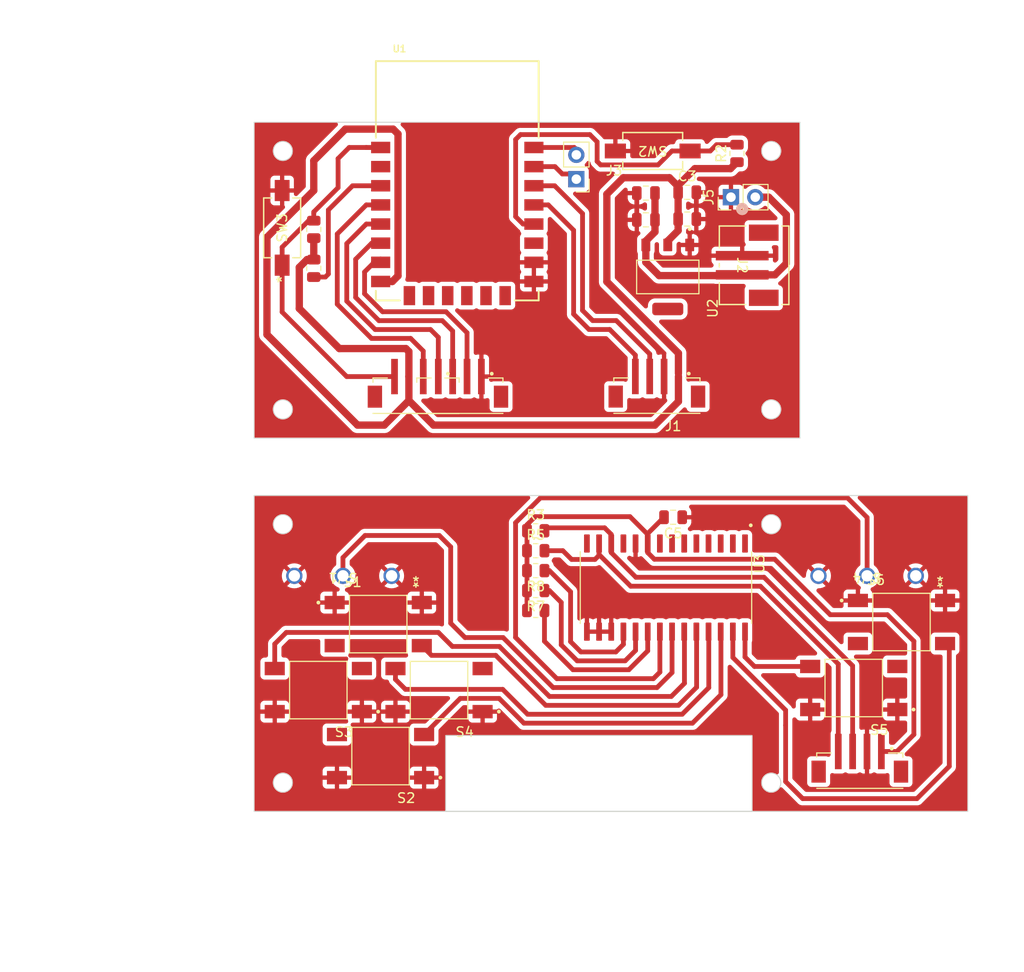
<source format=kicad_pcb>
(kicad_pcb (version 20221018) (generator pcbnew)
  (layers (0 "F.Cu" signal) (31 "B.Cu" signal) (44 "Edge.Cuts" user))
  (net 0 "")
  (net 1 "GND")
  (net 2 "VCC")
  (net 3 "/SCK_mcp")
  (net 4 "/SDA_mcp")
  (net 5 "Net-(J1-SHIELD-PadS1)")
  (net 6 "Net-(J3-Pin_1)")
  (net 7 "Net-(J3-Pin_2)")
  (net 8 "/boot")
  (net 9 "Net-(U1-EN)")
  (net 17 "/VIN")
  (net 18 "Net-(J4-SHIELD-PadS1)")
  (net 19 "/RST")
  (net 20 "/CS")
  (net 21 "/SCK_screen")
  (net 22 "/SDA_screen")
  (net 25 "/up")
  (net 26 "/down")
  (net 29 "/left")
  (net 30 "/right")
  (net 31 "/A")
  (net 32 "/B")
  (net 33 "/RL")
  (net 34 "/RR")
  (net 35 "/AO")
  (net 45 "Net-(U3-INTA)")
  (net 46 "Net-(U3-INTB)")
  (net 47 "Net-(U3-~{RESET})")
  (footprint "Capacitor_SMD:C_0805_2012Metric" (layer "F.Cu") (at 80.9098 32.4015)
    (fp_text reference "C2" hide)
    (fp_text value "C")
    (pad "1" smd roundrect (at -0.95 0) (size 1 1.45) (layers "F.Cu" "F.Paste" "F.Mask") (net 1 "GND"))
    (pad "2" smd roundrect (at 0.95 0) (size 1 1.45) (layers "F.Cu" "F.Paste" "F.Mask") (net 17 "/VIN"))
  )
  (footprint "esp_lib:JST_B4B-ZR-SM4-TFT_LF__SN_" (layer "F.Cu") (at 82.06 53.562 180)
    (fp_text reference "J1" (at -1.706 -3.2) (layer "F.SilkS"))
    (fp_text value "B4B-ZR-SM4-TFT_LF__SN_" hide)
    (pad "1" smd rect (at -2.25 2) (size 0.7 3.7) (layers "F.Cu" "F.Paste" "F.Mask") (net 2 "VCC"))
    (pad "2" smd rect (at -0.75 2) (size 0.7 3.7) (layers "F.Cu" "F.Paste" "F.Mask") (net 1 "GND"))
    (pad "3" smd rect (at 0.75 2) (size 0.7 3.7) (layers "F.Cu" "F.Paste" "F.Mask") (net 3 "/SCK_mcp"))
    (pad "4" smd rect (at 2.25 2) (size 0.7 3.7) (layers "F.Cu" "F.Paste" "F.Mask") (net 4 "/SDA_mcp"))
    (pad "S1" smd rect (at 4.3 -0.1) (size 1.5 2.3) (layers "F.Cu" "F.Paste" "F.Mask") (net 5 "Net-(J1-SHIELD-PadS1)"))
    (pad "S2" smd rect (at -4.3 -0.1) (size 1.5 2.3) (layers "F.Cu" "F.Paste" "F.Mask") (net 5 "Net-(J1-SHIELD-PadS1)"))
  )
  (footprint "esp_lib:switch_6" (layer "F.Cu") (at 46.7025 84.328 180)
    (fp_text reference "S3" (at -2.675 -4.385) (layer "F.SilkS"))
    (fp_text value "left")
    (pad "1" smd rect (at -4.55 -2.25 180) (size 2.1 1.4) (layers "F.Cu" "F.Paste" "F.Mask") (net 1 "GND"))
    (pad "2" smd rect (at -4.55 2.25 180) (size 2.1 1.4) (layers "F.Cu" "F.Paste" "F.Mask"))
    (pad "3" smd rect (at 4.55 -2.25 180) (size 2.1 1.4) (layers "F.Cu" "F.Paste" "F.Mask") (net 1 "GND"))
    (pad "4" smd rect (at 4.55 2.25 180) (size 2.1 1.4) (layers "F.Cu" "F.Paste" "F.Mask") (net 29 "/left"))
  )
  (footprint "esp_lib:B7B-ZR-SM4-TBLFSN_JST" (layer "F.Cu") (at 59.2332 51.8242 180)
    (fp_text reference "J6" hide)
    (fp_text value "B7B-ZR-SM4-TFT_LF__SN_")
    (pad "1" smd rect (at -4.5 0.254) (size 0.7 3.7) (layers "F.Cu" "F.Paste" "F.Mask") (net 1 "GND"))
    (pad "2" smd rect (at -3 0.254) (size 0.7 3.7) (layers "F.Cu" "F.Paste" "F.Mask") (net 21 "/SCK_screen"))
    (pad "3" smd rect (at -1.5 0.254) (size 0.7 3.7) (layers "F.Cu" "F.Paste" "F.Mask") (net 20 "/CS"))
    (pad "4" smd rect (at 0 0.254) (size 0.7 3.7) (layers "F.Cu" "F.Paste" "F.Mask") (net 22 "/SDA_screen"))
    (pad "5" smd rect (at 1.572 0.254) (size 0.7 3.7) (layers "F.Cu" "F.Paste" "F.Mask") (net 35 "/AO"))
    (pad "6" smd rect (at 3.072 0.254) (size 0.7 3.7) (layers "F.Cu" "F.Paste" "F.Mask") (net 2 "VCC"))
    (pad "7" smd rect (at 4.572 0.254) (size 0.7 3.7) (layers "F.Cu" "F.Paste" "F.Mask") (net 19 "/RST"))
    (pad "S1" smd rect (at 6.622 -1.846) (size 1.5 2.3) (layers "F.Cu" "F.Paste" "F.Mask"))
    (pad "S2" smd rect (at -6.55 -1.846) (size 1.5 2.3) (layers "F.Cu" "F.Paste" "F.Mask"))
  )
  (footprint "Capacitor_SMD:C_0805_2012Metric" (layer "F.Cu") (at 83.754 66.2686 180)
    (fp_text reference "C5" (at 0 -1.68) (layer "F.SilkS"))
    (fp_text value "C")
    (pad "1" smd roundrect (at -0.95 0 180) (size 1 1.45) (layers "F.Cu" "F.Paste" "F.Mask") (net 1 "GND"))
    (pad "2" smd roundrect (at 0.95 0 180) (size 1 1.45) (layers "F.Cu" "F.Paste" "F.Mask") (net 2 "VCC"))
  )
  (footprint "Resistor_SMD:R_0805_2012Metric" (layer "F.Cu") (at 69.4074 69.7636)
    (fp_text reference "R5" (at 0 -1.65) (layer "F.SilkS"))
    (fp_text value "R")
    (pad "1" smd roundrect (at -0.9125 0) (size 1.025 1.4) (layers "F.Cu" "F.Paste" "F.Mask") (roundrect_rratio 0.243902) (net 2 "VCC"))
    (pad "2" smd roundrect (at 0.9125 0) (size 1.025 1.4) (layers "F.Cu" "F.Paste" "F.Mask") (roundrect_rratio 0.243902) (net 4 "/SDA_mcp"))
  )
  (footprint "esp_lib:ESP-12F" (layer "F.Cu") (at 61.214 31.115)
    (fp_text reference "U1" (at -6.03654 -13.788698) (layer "F.SilkS") (effects (font (size 0.700469 0.700469))))
    (fp_text value "ESP-12F")
    (pad "1" smd rect (at -8 -3.48) (size 2 1.2) (layers "F.Cu" "F.Paste" "F.Mask") (net 19 "/RST"))
    (pad "2" smd rect (at -8 -1.48) (size 2 1.2) (layers "F.Cu" "F.Paste" "F.Mask"))
    (pad "3" smd rect (at -8 0.52) (size 2 1.2) (layers "F.Cu" "F.Paste" "F.Mask") (net 9 "Net-(U1-EN)"))
    (pad "4" smd rect (at -8 2.52) (size 2 1.2) (layers "F.Cu" "F.Paste" "F.Mask") (net 35 "/AO"))
    (pad "5" smd rect (at -8 4.52) (size 2 1.2) (layers "F.Cu" "F.Paste" "F.Mask") (net 22 "/SDA_screen"))
    (pad "6" smd rect (at -8 6.52) (size 2 1.2) (layers "F.Cu" "F.Paste" "F.Mask") (net 20 "/CS"))
    (pad "7" smd rect (at -8 8.52) (size 2 1.2) (layers "F.Cu" "F.Paste" "F.Mask") (net 21 "/SCK_screen"))
    (pad "8" smd rect (at -8 10.52) (size 2 1.2) (layers "F.Cu" "F.Paste" "F.Mask") (net 2 "VCC"))
    (pad "9" smd rect (at -5 12 90) (size 2 1.2) (layers "F.Cu" "F.Paste" "F.Mask"))
    (pad "10" smd rect (at -3 12 90) (size 2 1.2) (layers "F.Cu" "F.Paste" "F.Mask"))
    (pad "11" smd rect (at -1 12 90) (size 2 1.2) (layers "F.Cu" "F.Paste" "F.Mask"))
    (pad "12" smd rect (at 1 12 90) (size 2 1.2) (layers "F.Cu" "F.Paste" "F.Mask"))
    (pad "13" smd rect (at 3 12 90) (size 2 1.2) (layers "F.Cu" "F.Paste" "F.Mask"))
    (pad "14" smd rect (at 5 12 90) (size 2 1.2) (layers "F.Cu" "F.Paste" "F.Mask"))
    (pad "15" smd rect (at 8 10.52) (size 2 1.2) (layers "F.Cu" "F.Paste" "F.Mask") (net 1 "GND"))
    (pad "16" smd rect (at 8 8.52) (size 2 1.2) (layers "F.Cu" "F.Paste" "F.Mask") (net 1 "GND"))
    (pad "17" smd rect (at 8 6.52) (size 2 1.2) (layers "F.Cu" "F.Paste" "F.Mask"))
    (pad "18" smd rect (at 8 4.52) (size 2 1.2) (layers "F.Cu" "F.Paste" "F.Mask") (net 8 "/boot"))
    (pad "19" smd rect (at 8 2.52) (size 2 1.2) (layers "F.Cu" "F.Paste" "F.Mask") (net 4 "/SDA_mcp"))
    (pad "20" smd rect (at 8 0.52) (size 2 1.2) (layers "F.Cu" "F.Paste" "F.Mask") (net 3 "/SCK_mcp"))
    (pad "21" smd rect (at 8 -1.48) (size 2 1.2) (layers "F.Cu" "F.Paste" "F.Mask") (net 6 "Net-(J3-Pin_1)"))
    (pad "22" smd rect (at 8 -3.48) (size 2 1.2) (layers "F.Cu" "F.Paste" "F.Mask") (net 7 "Net-(J3-Pin_2)"))
  )
  (footprint "esp_lib:RS-282G05A3-SM RT_CNK" (layer "F.Cu") (at 42.926 36.031698 90)
    (fp_text reference "SW3" (at 0 0 90 unlocked) (layer "F.SilkS"))
    (fp_text value "RS-282G05A3-SM RT")
    (fp_text user "*" (at -5.3866 0 90 unlocked) (layer "F.SilkS"))
    (fp_text user "*" (at -5.3866 0 90) (layer "F.SilkS"))
    (pad "1" smd rect (at -3.900698 0 90) (size 2.2098 1.5494) (layers "F.Cu" "F.Paste" "F.Mask") (net 19 "/RST"))
    (pad "2" smd rect (at 3.900698 0 90) (size 2.2098 1.5494) (layers "F.Cu" "F.Paste" "F.Mask") (net 1 "GND"))
  )
  (footprint "esp_lib:D2FS-FL-N-A_OMR" (layer "F.Cu") (at 54.356 72.39 180)
    (fp_text reference "SW1" (at 5.08 -0.199898 180 unlocked) (layer "F.SilkS"))
    (fp_text value "D2FS-FL-N-A")
    (fp_text user "*" (at -2.54 -0.635 180) (layer "F.SilkS"))
    (fp_text user "*" (at -2.54 -0.635 180 unlocked) (layer "F.SilkS"))
    (pad "1" thru_hole circle (at 0 0 180) (size 1.7018 1.7018) (drill 1.1938) (layers "*.Cu" "*.Mask") (net 1 "GND"))
    (pad "2" thru_hole circle (at 5.08 0 180) (size 1.7018 1.7018) (drill 1.1938) (layers "*.Cu" "*.Mask") (net 33 "/RL"))
    (pad "3" thru_hole circle (at 10.16 0 180) (size 1.7018 1.7018) (drill 1.1938) (layers "*.Cu" "*.Mask") (net 1 "GND"))
  )
  (footprint "esp_lib:switch_6" (layer "F.Cu") (at 53.2015 91.222 180)
    (fp_text reference "S2" (at -2.675 -4.385) (layer "F.SilkS"))
    (fp_text value "down")
    (pad "1" smd rect (at -4.55 -2.25 180) (size 2.1 1.4) (layers "F.Cu" "F.Paste" "F.Mask") (net 1 "GND"))
    (pad "2" smd rect (at -4.55 2.25 180) (size 2.1 1.4) (layers "F.Cu" "F.Paste" "F.Mask") (net 26 "/down"))
    (pad "3" smd rect (at 4.55 -2.25 180) (size 2.1 1.4) (layers "F.Cu" "F.Paste" "F.Mask") (net 1 "GND"))
    (pad "4" smd rect (at 4.55 2.25 180) (size 2.1 1.4) (layers "F.Cu" "F.Paste" "F.Mask"))
  )
  (footprint "Resistor_SMD:R_0805_2012Metric" (layer "F.Cu") (at 90.424 28.256 90)
    (fp_text reference "R2" (at 0 -1.65 90) (layer "F.SilkS"))
    (fp_text value "R")
    (pad "1" smd roundrect (at -0.9125 0 90) (size 1.025 1.4) (layers "F.Cu" "F.Paste" "F.Mask") (roundrect_rratio 0.243902439) (net 2 "VCC"))
    (pad "2" smd roundrect (at 0.9125 0 90) (size 1.025 1.4) (layers "F.Cu" "F.Paste" "F.Mask") (roundrect_rratio 0.243902439) (net 8 "/boot"))
  )
  (footprint "Connector_PinHeader_2.54mm:PinHeader_1x02_P2.54mm_Vertical" (layer "F.Cu") (at 89.7948 32.828 90)
    (fp_text reference "J5" (at 0 -2.33 90) (layer "F.SilkS"))
    (fp_text value "Conn_01x02_Pin")
    (pad "1" thru_hole rect (at 0 0 90) (size 1.7 1.7) (drill 1) (layers "*.Cu" "*.Mask") (net 1 "GND"))
    (pad "2" thru_hole oval (at 0 2.54 90) (size 1.7 1.7) (drill 1) (layers "*.Cu" "*.Mask") (net 17 "/VIN"))
  )
  (footprint "Resistor_SMD:R_0805_2012Metric" (layer "F.Cu") (at 46.228 36.195 -90)
    (fp_text reference "R1" hide)
    (fp_text value "R" hide)
    (pad "1" smd roundrect (at -0.9125 0 270) (size 1.025 1.4) (layers "F.Cu" "F.Paste" "F.Mask") (roundrect_rratio 0.243902439) (net 19 "/RST"))
    (pad "2" smd roundrect (at 0.9125 0 270) (size 1.025 1.4) (layers "F.Cu" "F.Paste" "F.Mask") (roundrect_rratio 0.243902439) (net 2 "VCC"))
  )
  (footprint "Resistor_SMD:R_0805_2012Metric" (layer "F.Cu") (at 69.4074 73.9292 180)
    (fp_text reference "R7" (at 0 -1.65) (layer "F.SilkS"))
    (fp_text value "R")
    (pad "1" smd roundrect (at -0.9125 0 180) (size 1.025 1.4) (layers "F.Cu" "F.Paste" "F.Mask") (roundrect_rratio 0.243902) (net 46 "Net-(U3-INTB)"))
    (pad "2" smd roundrect (at 0.9125 0 180) (size 1.025 1.4) (layers "F.Cu" "F.Paste" "F.Mask") (roundrect_rratio 0.243902) (net 2 "VCC"))
  )
  (footprint "Capacitor_SMD:C_0805_2012Metric" (layer "F.Cu") (at 85.2278 32.32)
    (fp_text reference "C3" (at 0 -1.68) (layer "F.SilkS"))
    (fp_text value "C")
    (pad "1" smd roundrect (at -0.95 0) (size 1 1.45) (layers "F.Cu" "F.Paste" "F.Mask") (net 2 "VCC"))
    (pad "2" smd roundrect (at 0.95 0) (size 1 1.45) (layers "F.Cu" "F.Paste" "F.Mask") (net 1 "GND"))
  )
  (footprint "esp_lib:switch_6" (layer "F.Cu") (at 59.309 84.328 180)
    (fp_text reference "S4" (at -2.675 -4.385) (layer "F.SilkS"))
    (fp_text value "right" hide)
    (pad "1" smd rect (at -4.55 -2.25 180) (size 2.1 1.4) (layers "F.Cu" "F.Paste" "F.Mask") (net 1 "GND"))
    (pad "2" smd rect (at -4.55 2.25 180) (size 2.1 1.4) (layers "F.Cu" "F.Paste" "F.Mask"))
    (pad "3" smd rect (at 4.55 -2.25 180) (size 2.1 1.4) (layers "F.Cu" "F.Paste" "F.Mask") (net 1 "GND"))
    (pad "4" smd rect (at 4.55 2.25 180) (size 2.1 1.4) (layers "F.Cu" "F.Paste" "F.Mask") (net 30 "/right"))
  )
  (footprint "esp_lib:SOT229P700X180-4N" (layer "F.Cu") (at 83.1958 41.1645 -90)
    (fp_text reference "U2" (at 3.2755 -4.695 90) (layer "F.SilkS"))
    (fp_text value "AMS1117-3.3" hide)
    (pad "1" smd roundrect (at -3.345 -2.29 270) (size 1.31 0.93) (layers "F.Cu" "F.Paste" "F.Mask") (roundrect_rratio 0.07) (net 1 "GND"))
    (pad "2" smd roundrect (at -3.345 0 270) (size 1.31 0.93) (layers "F.Cu" "F.Paste" "F.Mask") (roundrect_rratio 0.07) (net 2 "VCC"))
    (pad "3" smd roundrect (at -3.345 2.29 270) (size 1.31 0.93) (layers "F.Cu" "F.Paste" "F.Mask") (roundrect_rratio 0.07) (net 17 "/VIN"))
    (pad "4" smd roundrect (at 3.345 0 270) (size 1.31 3.24) (layers "F.Cu" "F.Paste" "F.Mask") (roundrect_rratio 0.24))
  )
  (footprint "esp_lib:switch_6" (layer "F.Cu") (at 102.616 84.11 180)
    (fp_text reference "S5" (at -2.675 -4.385) (layer "F.SilkS"))
    (fp_text value "A" hide)
    (pad "1" smd rect (at -4.55 -2.25 180) (size 2.1 1.4) (layers "F.Cu" "F.Paste" "F.Mask") (net 1 "GND"))
    (pad "2" smd rect (at -4.55 2.25 180) (size 2.1 1.4) (layers "F.Cu" "F.Paste" "F.Mask"))
    (pad "3" smd rect (at 4.55 -2.25 180) (size 2.1 1.4) (layers "F.Cu" "F.Paste" "F.Mask") (net 1 "GND"))
    (pad "4" smd rect (at 4.55 2.25 180) (size 2.1 1.4) (layers "F.Cu" "F.Paste" "F.Mask") (net 31 "/A"))
  )
  (footprint "esp_lib:switch_6" (layer "F.Cu") (at 107.6025 77.216)
    (fp_text reference "S6" (at -2.675 -4.385) (layer "F.SilkS"))
    (fp_text value "B")
    (pad "1" smd rect (at -4.55 -2.25) (size 2.1 1.4) (layers "F.Cu" "F.Paste" "F.Mask") (net 1 "GND"))
    (pad "2" smd rect (at -4.55 2.25) (size 2.1 1.4) (layers "F.Cu" "F.Paste" "F.Mask"))
    (pad "3" smd rect (at 4.55 -2.25) (size 2.1 1.4) (layers "F.Cu" "F.Paste" "F.Mask") (net 1 "GND"))
    (pad "4" smd rect (at 4.55 2.25) (size 2.1 1.4) (layers "F.Cu" "F.Paste" "F.Mask") (net 32 "/B"))
  )
  (footprint "esp_lib:D2FS-FL-N-A_OMR" (layer "F.Cu") (at 109.093 72.39 180)
    (fp_text reference "SW4" (at 5.08 -0.199898 180 unlocked) (layer "F.SilkS"))
    (fp_text value "D2FS-FL-N-A")
    (fp_text user "*" (at -2.54 -0.635 180 unlocked) (layer "F.SilkS"))
    (fp_text user "*" (at -2.54 -0.635 180) (layer "F.SilkS"))
    (pad "1" thru_hole circle (at 0 0 180) (size 1.7018 1.7018) (drill 1.1938) (layers "*.Cu" "*.Mask") (net 1 "GND"))
    (pad "2" thru_hole circle (at 5.08 0 180) (size 1.7018 1.7018) (drill 1.1938) (layers "*.Cu" "*.Mask") (net 34 "/RR"))
    (pad "3" thru_hole circle (at 10.16 0 180) (size 1.7018 1.7018) (drill 1.1938) (layers "*.Cu" "*.Mask") (net 1 "GND"))
  )
  (footprint "Resistor_SMD:R_0805_2012Metric" (layer "F.Cu") (at 69.4074 67.6808)
    (fp_text reference "R3" (at 0 -1.65) (layer "F.SilkS"))
    (fp_text value "R")
    (pad "1" smd roundrect (at -0.9125 0) (size 1.025 1.4) (layers "F.Cu" "F.Paste" "F.Mask") (roundrect_rratio 0.243902) (net 2 "VCC"))
    (pad "2" smd roundrect (at 0.9125 0) (size 1.025 1.4) (layers "F.Cu" "F.Paste" "F.Mask") (roundrect_rratio 0.243902) (net 3 "/SCK_mcp"))
  )
  (footprint "Capacitor_SMD:C_0805_2012Metric" (layer "F.Cu") (at 85.2278 35.114)
    (fp_text reference "C4" hide)
    (fp_text value "C")
    (pad "1" smd roundrect (at -0.95 0) (size 1 1.45) (layers "F.Cu" "F.Paste" "F.Mask") (net 2 "VCC"))
    (pad "2" smd roundrect (at 0.95 0) (size 1 1.45) (layers "F.Cu" "F.Paste" "F.Mask") (net 1 "GND"))
  )
  (footprint "Resistor_SMD:R_0805_2012Metric" (layer "F.Cu") (at 69.4074 71.8464 180)
    (fp_text reference "R8" (at 0 -1.65) (layer "F.SilkS"))
    (fp_text value "R")
    (pad "1" smd roundrect (at -0.9125 0 180) (size 1.025 1.4) (layers "F.Cu" "F.Paste" "F.Mask") (roundrect_rratio 0.243902) (net 47 "Net-(U3-~{RESET})"))
    (pad "2" smd roundrect (at 0.9125 0 180) (size 1.025 1.4) (layers "F.Cu" "F.Paste" "F.Mask") (roundrect_rratio 0.243902) (net 2 "VCC"))
  )
  (footprint "esp_lib:B2B-PH-SM4-TBLFSN_JST" (layer "F.Cu") (at 92.2128 39.94 -90)
    (fp_text reference "J2" (at 0 1.244801 -90 unlocked) (layer "F.SilkS"))
    (fp_text value "B2B-PH-SM4-TBLFSN")
    (pad "1" smd rect (at -1.000001 1.244801 270) (size 0.9906 5.5118) (layers "F.Cu" "F.Paste" "F.Mask") (net 1 "GND"))
    (pad "2" smd rect (at 1.000001 1.244801 270) (size 0.9906 5.5118) (layers "F.Cu" "F.Paste" "F.Mask") (net 17 "/VIN"))
    (pad "3" smd rect (at -3.399998 -1.0052) (size 3.0988 1.7018) (layers "F.Cu" "F.Paste" "F.Mask"))
    (pad "4" smd rect (at 3.399998 -1.0052) (size 3.0988 1.7018) (layers "F.Cu" "F.Paste" "F.Mask"))
  )
  (footprint "esp_lib:switch_6" (layer "F.Cu") (at 52.959 77.434)
    (fp_text reference "S1" (at -2.675 -4.385) (layer "F.SilkS"))
    (fp_text value "up")
    (pad "1" smd rect (at -4.55 -2.25) (size 2.1 1.4) (layers "F.Cu" "F.Paste" "F.Mask") (net 1 "GND"))
    (pad "2" smd rect (at -4.55 2.25) (size 2.1 1.4) (layers "F.Cu" "F.Paste" "F.Mask"))
    (pad "3" smd rect (at 4.55 -2.25) (size 2.1 1.4) (layers "F.Cu" "F.Paste" "F.Mask") (net 1 "GND"))
    (pad "4" smd rect (at 4.55 2.25) (size 2.1 1.4) (layers "F.Cu" "F.Paste" "F.Mask") (net 25 "/up"))
  )
  (footprint "Capacitor_SMD:C_0805_2012Metric" (layer "F.Cu") (at 80.9098 35.1955)
    (fp_text reference "C1" hide)
    (fp_text value "C")
    (pad "1" smd roundrect (at -0.95 0) (size 1 1.45) (layers "F.Cu" "F.Paste" "F.Mask") (net 1 "GND"))
    (pad "2" smd roundrect (at 0.95 0) (size 1 1.45) (layers "F.Cu" "F.Paste" "F.Mask") (net 17 "/VIN"))
  )
  (footprint "esp_lib:MCP23017" (layer "F.Cu") (at 83.0072 73.6168 -90)
    (fp_text reference "U3" (at -2.475 -9.762 90) (layer "F.SilkS"))
    (fp_text value "MCP23017-E_SO")
    (pad "1" smd roundrect (at -4.605 -8.255 270) (size 1.9 0.6) (layers "F.Cu" "F.Paste" "F.Mask") (roundrect_rratio 0.125))
    (pad "2" smd roundrect (at -4.605 -6.985 270) (size 1.9 0.6) (layers "F.Cu" "F.Paste" "F.Mask") (roundrect_rratio 0.125))
    (pad "3" smd roundrect (at -4.605 -5.715 270) (size 1.9 0.6) (layers "F.Cu" "F.Paste" "F.Mask") (roundrect_rratio 0.125))
    (pad "4" smd roundrect (at -4.605 -4.445 270) (size 1.9 0.6) (layers "F.Cu" "F.Paste" "F.Mask") (roundrect_rratio 0.125))
    (pad "5" smd roundrect (at -4.605 -3.175 270) (size 1.9 0.6) (layers "F.Cu" "F.Paste" "F.Mask") (roundrect_rratio 0.125))
    (pad "6" smd roundrect (at -4.605 -1.905 270) (size 1.9 0.6) (layers "F.Cu" "F.Paste" "F.Mask") (roundrect_rratio 0.125))
    (pad "7" smd roundrect (at -4.605 -0.635 270) (size 1.9 0.6) (layers "F.Cu" "F.Paste" "F.Mask") (roundrect_rratio 0.125))
    (pad "8" smd roundrect (at -4.605 0.635 270) (size 1.9 0.6) (layers "F.Cu" "F.Paste" "F.Mask") (roundrect_rratio 0.125))
    (pad "9" smd roundrect (at -4.605 1.905 270) (size 1.9 0.6) (layers "F.Cu" "F.Paste" "F.Mask") (roundrect_rratio 0.125) (net 2 "VCC"))
    (pad "10" smd roundrect (at -4.605 3.175 270) (size 1.9 0.6) (layers "F.Cu" "F.Paste" "F.Mask") (roundrect_rratio 0.125) (net 1 "GND"))
    (pad "11" smd roundrect (at -4.605 4.445 270) (size 1.9 0.6) (layers "F.Cu" "F.Paste" "F.Mask") (roundrect_rratio 0.125))
    (pad "12" smd roundrect (at -4.605 5.715 270) (size 1.9 0.6) (layers "F.Cu" "F.Paste" "F.Mask") (roundrect_rratio 0.125) (net 3 "/SCK_mcp"))
    (pad "13" smd roundrect (at -4.605 6.985 270) (size 1.9 0.6) (layers "F.Cu" "F.Paste" "F.Mask") (roundrect_rratio 0.125) (net 4 "/SDA_mcp"))
    (pad "14" smd roundrect (at -4.605 8.255 270) (size 1.9 0.6) (layers "F.Cu" "F.Paste" "F.Mask") (roundrect_rratio 0.125))
    (pad "15" smd roundrect (at 4.605 8.255 270) (size 1.9 0.6) (layers "F.Cu" "F.Paste" "F.Mask") (roundrect_rratio 0.125) (net 1 "GND"))
    (pad "16" smd roundrect (at 4.605 6.985 270) (size 1.9 0.6) (layers "F.Cu" "F.Paste" "F.Mask") (roundrect_rratio 0.125) (net 1 "GND"))
    (pad "17" smd roundrect (at 4.605 5.715 270) (size 1.9 0.6) (layers "F.Cu" "F.Paste" "F.Mask") (roundrect_rratio 0.125) (net 1 "GND"))
    (pad "18" smd roundrect (at 4.605 4.445 270) (size 1.9 0.6) (layers "F.Cu" "F.Paste" "F.Mask") (roundrect_rratio 0.125) (net 47 "Net-(U3-~{RESET})"))
    (pad "19" smd roundrect (at 4.605 3.175 270) (size 1.9 0.6) (layers "F.Cu" "F.Paste" "F.Mask") (roundrect_rratio 0.125) (net 46 "Net-(U3-INTB)"))
    (pad "20" smd roundrect (at 4.605 1.905 270) (size 1.9 0.6) (layers "F.Cu" "F.Paste" "F.Mask") (roundrect_rratio 0.125) (net 45 "Net-(U3-INTA)"))
    (pad "21" smd roundrect (at 4.605 0.635 270) (size 1.9 0.6) (layers "F.Cu" "F.Paste" "F.Mask") (roundrect_rratio 0.125) (net 34 "/RR"))
    (pad "22" smd roundrect (at 4.605 -0.635 270) (size 1.9 0.6) (layers "F.Cu" "F.Paste" "F.Mask") (roundrect_rratio 0.125) (net 33 "/RL"))
    (pad "23" smd roundrect (at 4.605 -1.905 270) (size 1.9 0.6) (layers "F.Cu" "F.Paste" "F.Mask") (roundrect_rratio 0.125) (net 29 "/left"))
    (pad "24" smd roundrect (at 4.605 -3.175 270) (size 1.9 0.6) (layers "F.Cu" "F.Paste" "F.Mask") (roundrect_rratio 0.125) (net 25 "/up"))
    (pad "25" smd roundrect (at 4.605 -4.445 270) (size 1.9 0.6) (layers "F.Cu" "F.Paste" "F.Mask") (roundrect_rratio 0.125) (net 30 "/right"))
    (pad "26" smd roundrect (at 4.605 -5.715 270) (size 1.9 0.6) (layers "F.Cu" "F.Paste" "F.Mask") (roundrect_rratio 0.125) (net 26 "/down"))
    (pad "27" smd roundrect (at 4.605 -6.985 270) (size 1.9 0.6) (layers "F.Cu" "F.Paste" "F.Mask") (roundrect_rratio 0.125) (net 32 "/B"))
    (pad "28" smd roundrect (at 4.605 -8.255 270) (size 1.9 0.6) (layers "F.Cu" "F.Paste" "F.Mask") (roundrect_rratio 0.125) (net 31 "/A"))
  )
  (footprint "Resistor_SMD:R_0805_2012Metric" (layer "F.Cu") (at 46.228 40.259 90)
    (fp_text reference "R4" hide)
    (fp_text value "R" hide)
    (pad "1" smd roundrect (at -0.9125 0 90) (size 1.025 1.4) (layers "F.Cu" "F.Paste" "F.Mask") (roundrect_rratio 0.243902439) (net 9 "Net-(U1-EN)"))
    (pad "2" smd roundrect (at 0.9125 0 90) (size 1.025 1.4) (layers "F.Cu" "F.Paste" "F.Mask") (roundrect_rratio 0.243902439) (net 2 "VCC"))
  )
  (footprint "esp_lib:RS-282G05A3-SM RT_CNK" (layer "F.Cu") (at 81.624698 28.002 180)
    (fp_text reference "SW2" (at 0 0 180 unlocked) (layer "F.SilkS"))
    (fp_text value "RS-282G05A3-SM RT")
    (pad "1" smd rect (at -3.900698 0 180) (size 2.2098 1.5494) (layers "F.Cu" "F.Paste" "F.Mask") (net 8 "/boot"))
    (pad "2" smd rect (at 3.900698 0 180) (size 2.2098 1.5494) (layers "F.Cu" "F.Paste" "F.Mask") (net 1 "GND"))
  )
  (footprint "esp_lib:JST_B4B-ZR-SM4-TFT_LF__SN_" (layer "F.Cu") (at 103.251 92.746 180)
    (fp_text reference "J4" hide)
    (fp_text value "B4B-ZR-SM4-TFT_LF__SN_" hide)
    (pad "1" smd rect (at -2.25 2) (size 0.7 3.7) (layers "F.Cu" "F.Paste" "F.Mask") (net 2 "VCC"))
    (pad "2" smd rect (at -0.75 2) (size 0.7 3.7) (layers "F.Cu" "F.Paste" "F.Mask") (net 1 "GND"))
    (pad "3" smd rect (at 0.75 2) (size 0.7 3.7) (layers "F.Cu" "F.Paste" "F.Mask") (net 3 "/SCK_mcp"))
    (pad "4" smd rect (at 2.25 2) (size 0.7 3.7) (layers "F.Cu" "F.Paste" "F.Mask") (net 4 "/SDA_mcp"))
    (pad "S1" smd rect (at 4.3 -0.1) (size 1.5 2.3) (layers "F.Cu" "F.Paste" "F.Mask") (net 18 "Net-(J4-SHIELD-PadS1)"))
    (pad "S2" smd rect (at -4.3 -0.1) (size 1.5 2.3) (layers "F.Cu" "F.Paste" "F.Mask") (net 18 "Net-(J4-SHIELD-PadS1)"))
  )
  (footprint "Connector_PinHeader_2.54mm:PinHeader_1x02_P2.54mm_Vertical" (layer "F.Cu") (at 73.647968 30.944 180)
    (fp_text reference "J3" (at -3.937 0.889 180) (layer "F.SilkS"))
    (fp_text value "Conn_01x02_Pin" hide)
    (pad "1" thru_hole rect (at 0 0 180) (size 1.7 1.7) (drill 1) (layers "*.Cu" "*.Mask") (net 6 "Net-(J3-Pin_1)"))
    (pad "2" thru_hole oval (at 0 2.54 180) (size 1.7 1.7) (drill 1) (layers "*.Cu" "*.Mask") (net 7 "Net-(J3-Pin_2)"))
  )
  (footprint "Resistor_SMD:R_0805_2012Metric" (layer "F.Cu") (at 69.4074 76.012 180)
    (fp_text reference "R6" hide)
    (fp_text value "R")
    (pad "1" smd roundrect (at -0.9125 0 180) (size 1.025 1.4) (layers "F.Cu" "F.Paste" "F.Mask") (roundrect_rratio 0.243902) (net 45 "Net-(U3-INTA)"))
    (pad "2" smd roundrect (at 0.9125 0 180) (size 1.025 1.4) (layers "F.Cu" "F.Paste" "F.Mask") (roundrect_rratio 0.243902) (net 2 "VCC"))
  )
  (gr_circle (center 94 67) (end 95 67) (stroke (width 0.1)) (fill none) (layer "Edge.Cuts"))
  (gr_circle (center 43 28) (end 44 28) (stroke (width 0.1)) (fill none) (layer "Edge.Cuts"))
  (gr_rect (start 40 64) (end 114.526 97) (stroke (width 0.1)) (fill none) (layer "Edge.Cuts"))
  (gr_circle (center 43 67) (end 44 67) (stroke (width 0.1)) (fill none) (layer "Edge.Cuts"))
  (gr_circle (center 94 55) (end 95 55) (stroke (width 0.1)) (fill none) (layer "Edge.Cuts"))
  (gr_circle (center 94 94) (end 95 94) (stroke (width 0.1)) (fill none) (layer "Edge.Cuts"))
  (gr_circle (center 43 94) (end 44 94) (stroke (width 0.1)) (fill none) (layer "Edge.Cuts"))
  (gr_rect (start 60 89.0668) (end 92 97) (stroke (width 0.1)) (fill none) (layer "Edge.Cuts"))
  (gr_circle (center 94 28) (end 95 28) (stroke (width 0.1)) (fill none) (layer "Edge.Cuts"))
  (gr_circle (center 43 55) (end 44 55) (stroke (width 0.1)) (fill none) (layer "Edge.Cuts"))
  (gr_rect (start 40 25) (end 97 58) (stroke (width 0.1)) (fill none) (layer "Edge.Cuts"))
  (segment (start 79.9598 32.4015) (end 79.9598 35.1955) (width 0.5) (layer "F.Cu") (net 1))
  (segment (start 86.1778 32.32) (end 86.1778 35.114) (width 0.5) (layer "F.Cu") (net 1))
  (segment (start 46.228 37.3615) (end 46.228 39.0925) (width 0.762) (layer "F.Cu") (net 2))
  (segment (start 84.2778 31.6998) (end 83.374 30.796) (width 0.762) (layer "F.Cu") (net 2))
  (segment (start 84.31 49.131) (end 84.31 51.24) (width 0.762) (layer "F.Cu") (net 2))
  (segment (start 46.228 32.131) (end 41.3403 37.0187) (width 0.762) (layer "F.Cu") (net 2))
  (segment (start 86.0278 29.845) (end 89.7475 29.845) (width 0.762) (layer "F.Cu") (net 2))
  (segment (start 81.1022 69.0118) (end 81.1022 68.061801) (width 0.5) (layer "F.Cu") (net 2))
  (segment (start 50.8 56.642) (end 53.594 56.642) (width 0.762) (layer "F.Cu") (net 2))
  (segment (start 46.228 39.3465) (end 45.528 39.3465) (width 0.762) (layer "F.Cu") (net 2))
  (segment (start 58.7284 56.642) (end 81.842 56.642) (width 0.762) (layer "F.Cu") (net 2))
  (segment (start 56.1612 54.0748) (end 56.1612 51.5702) (width 0.762) (layer "F.Cu") (net 2))
  (segment (start 79.247999 66.2076) (end 69.342 66.2076) (width 0.5) (layer "F.Cu") (net 2))
  (segment (start 84.2778 36.318) (end 84.2778 35.114) (width 0.762) (layer "F.Cu") (net 2))
  (segment (start 56.1612 54.0748) (end 58.7284 56.642) (width 0.762) (layer "F.Cu") (net 2))
  (segment (start 84.31 54.174) (end 84.31 51.562) (width 0.762) (layer "F.Cu") (net 2))
  (segment (start 89.7475 29.845) (end 90.424 29.1685) (width 0.762) (layer "F.Cu") (net 2))
  (segment (start 68.4949 67.0547) (end 68.4949 67.6808) (width 0.5) (layer "F.Cu") (net 2))
  (segment (start 81.1022 68.061801) (end 79.247999 66.2076) (width 0.5) (layer "F.Cu") (net 2))
  (segment (start 46.482 37.1075) (end 46.228 37.3615) (width 0.762) (layer "F.Cu") (net 2))
  (segment (start 44.717 44.463) (end 48.9 48.646) (width 0.762) (layer "F.Cu") (net 2))
  (segment (start 83.1958 37.4) (end 84.2778 36.318) (width 0.762) (layer "F.Cu") (net 2))
  (segment (start 44.717 40.1575) (end 44.717 44.463) (width 0.762) (layer "F.Cu") (net 2))
  (segment (start 83.1958 37.8195) (end 83.1958 37.4) (width 0.762) (layer "F.Cu") (net 2))
  (segment (start 48.9 48.646) (end 55.849 48.646) (width 0.762) (layer "F.Cu") (net 2))
  (segment (start 53.594 56.642) (end 56.1612 54.0748) (width 0.762) (layer "F.Cu") (net 2))
  (segment (start 68.4949 67.6808) (end 68.4949 69.7636) (width 0.5) (layer "F.Cu") (net 2))
  (segment (start 78.551 30.796) (end 76.835 32.512) (width 0.762) (layer "F.Cu") (net 2))
  (segment (start 54.517 25.716) (end 49.53 25.716) (width 0.762) (layer "F.Cu") (net 2))
  (segment (start 108.896 88.97) (end 108.896 79.214) (width 0.5) (layer "F.Cu") (net 2))
  (segment (start 94.3656 70.6526) (end 81.793001 70.6526) (width 0.5) (layer "F.Cu") (net 2))
  (segment (start 84.2778 32.32) (end 84.2778 31.6998) (width 0.762) (layer "F.Cu") (net 2))
  (segment (start 46.228 29.018) (end 46.228 32.131) (width 0.762) (layer "F.Cu") (net 2))
  (segment (start 106.136 76.454) (end 100.167 76.454) (width 0.5) (layer "F.Cu") (net 2))
  (segment (start 84.2778 32.32) (end 84.2778 31.595) (width 0.762) (layer "F.Cu") (net 2))
  (segment (start 68.4949 73.9292) (end 68.4949 76.012) (width 0.5) (layer "F.Cu") (net 2))
  (segment (start 54.436 41.635) (end 55.025 41.046) (width 0.762) (layer "F.Cu") (net 2))
  (segment (start 81.1022 69.961799) (end 81.1022 69.0118) (width 0.5) (layer "F.Cu") (net 2))
  (segment (start 76.835 32.512) (end 76.835 41.656) (width 0.762) (layer "F.Cu") (net 2))
  (segment (start 81.793001 70.6526) (end 81.1022 69.961799) (width 0.5) (layer "F.Cu") (net 2))
  (segment (start 84.2778 31.595) (end 86.0278 29.845) (width 0.762) (layer "F.Cu") (net 2))
  (segment (start 55.849 48.646) (end 56.1612 48.9582) (width 0.762) (layer "F.Cu") (net 2))
  (segment (start 100.167 76.454) (end 94.3656 70.6526) (width 0.5) (layer "F.Cu") (net 2))
  (segment (start 45.528 39.3465) (end 44.717 40.1575) (width 0.762) (layer "F.Cu") (net 2))
  (segment (start 56.1612 48.9582) (end 56.1612 51.5702) (width 0.762) (layer "F.Cu") (net 2))
  (segment (start 53.214 41.635) (end 54.436 41.635) (width 0.762) (layer "F.Cu") (net 2))
  (segment (start 82.804 66.2686) (end 81.1022 67.9704) (width 0.5) (layer "F.Cu") (net 2))
  (segment (start 41.3403 37.0187) (end 41.3403 47.1823) (width 0.762) (layer "F.Cu") (net 2))
  (segment (start 41.3403 47.1823) (end 50.8 56.642) (width 0.762) (layer "F.Cu") (net 2))
  (segment (start 81.842 56.642) (end 84.31 54.174) (width 0.762) (layer "F.Cu") (net 2))
  (segment (start 108.896 79.214) (end 106.136 76.454) (width 0.5) (layer "F.Cu") (net 2))
  (segment (start 55.025 26.224) (end 54.517 25.716) (width 0.762) (layer "F.Cu") (net 2))
  (segment (start 49.53 25.716) (end 46.228 29.018) (width 0.762) (layer "F.Cu") (net 2))
  (segment (start 68.4949 69.7636) (end 68.4949 71.8464) (width 0.5) (layer "F.Cu") (net 2))
  (segment (start 107.12 90.746) (end 108.896 88.97) (width 0.5) (layer "F.Cu") (net 2))
  (segment (start 81.1022 67.9704) (end 81.1022 69.0118) (width 0.5) (layer "F.Cu") (net 2))
  (segment (start 105.501 90.746) (end 107.12 90.746) (width 0.5) (layer "F.Cu") (net 2))
  (segment (start 55.025 41.046) (end 55.025 26.224) (width 0.762) (layer "F.Cu") (net 2))
  (segment (start 76.835 41.656) (end 84.31 49.131) (width 0.762) (layer "F.Cu") (net 2))
  (segment (start 46.228 39.0925) (end 46.482 39.3465) (width 0.762) (layer "F.Cu") (net 2))
  (segment (start 84.2778 32.32) (end 84.2778 35.114) (width 0.762) (layer "F.Cu") (net 2))
  (segment (start 69.342 66.2076) (end 68.4949 67.0547) (width 0.5) (layer "F.Cu") (net 2))
  (segment (start 68.4949 71.8464) (end 68.4949 73.9292) (width 0.5) (layer "F.Cu") (net 2))
  (segment (start 83.374 30.796) (end 78.551 30.796) (width 0.762) (layer "F.Cu") (net 2))
  (segment (start 76.606399 67.376) (end 70.6247 67.376) (width 0.5) (layer "F.Cu") (net 3))
  (segment (start 75.356218 45.72) (end 74.295 44.658782) (width 0.5) (layer "F.Cu") (net 3))
  (segment (start 77.818 45.72) (end 75.356218 45.72) (width 0.5) (layer "F.Cu") (net 3))
  (segment (start 102.501 81.790782) (end 102.501 90.746) (width 0.5) (layer "F.Cu") (net 3))
  (segment (start 81.31 49.212) (end 77.818 45.72) (width 0.5) (layer "F.Cu") (net 3))
  (segment (start 70.6247 67.376) (end 70.3199 67.6808) (width 0.5) (layer "F.Cu") (net 3))
  (segment (start 77.2922 69.0118) (end 77.2922 68.061801) (width 0.5) (layer "F.Cu") (net 3))
  (segment (start 77.2922 69.961799) (end 79.872401 72.542) (width 0.5) (layer "F.Cu") (net 3))
  (segment (start 74.295 44.658782) (end 74.295 34.544) (width 0.5) (layer "F.Cu") (net 3))
  (segment (start 71.386 31.635) (end 69.214 31.635) (width 0.5) (layer "F.Cu") (net 3))
  (segment (start 81.31 51.562) (end 81.31 49.212) (width 0.5) (layer "F.Cu") (net 3))
  (segment (start 74.295 34.544) (end 71.386 31.635) (width 0.5) (layer "F.Cu") (net 3))
  (segment (start 77.2922 68.061801) (end 76.606399 67.376) (width 0.5) (layer "F.Cu") (net 3))
  (segment (start 77.2922 69.0118) (end 77.2922 69.961799) (width 0.5) (layer "F.Cu") (net 3))
  (segment (start 93.252218 72.542) (end 102.501 81.790782) (width 0.5) (layer "F.Cu") (net 3))
  (segment (start 79.872401 72.542) (end 93.252218 72.542) (width 0.5) (layer "F.Cu") (net 3))
  (segment (start 70.714 33.635) (end 73.365 36.286) (width 0.5) (layer "F.Cu") (net 4))
  (segment (start 76.0222 70.2462) (end 76.0222 69.0118) (width 0.5) (layer "F.Cu") (net 4))
  (segment (start 72.2376 69.7636) (end 73.152 70.678) (width 0.5) (layer "F.Cu") (net 4))
  (segment (start 73.365 36.286) (end 73.365 45.044) (width 0.5) (layer "F.Cu") (net 4))
  (segment (start 75.5904 70.678) (end 76.0222 70.2462) (width 0.5) (layer "F.Cu") (net 4))
  (segment (start 70.3199 69.7636) (end 72.2376 69.7636) (width 0.5) (layer "F.Cu") (net 4))
  (segment (start 73.365 45.044) (end 74.971 46.65) (width 0.5) (layer "F.Cu") (net 4))
  (segment (start 77.13 46.65) (end 79.81 49.33) (width 0.5) (layer "F.Cu") (net 4))
  (segment (start 92.867 73.472) (end 101.001 81.606) (width 0.5) (layer "F.Cu") (net 4))
  (segment (start 79.81 49.33) (end 79.81 51.562) (width 0.5) (layer "F.Cu") (net 4))
  (segment (start 76.0222 69.0118) (end 76.0222 70.17) (width 0.5) (layer "F.Cu") (net 4))
  (segment (start 74.971 46.65) (end 77.13 46.65) (width 0.5) (layer "F.Cu") (net 4))
  (segment (start 79.3242 73.472) (end 92.867 73.472) (width 0.5) (layer "F.Cu") (net 4))
  (segment (start 73.152 70.678) (end 75.5904 70.678) (width 0.5) (layer "F.Cu") (net 4))
  (segment (start 69.214 33.635) (end 69.423 33.844) (width 0.5) (layer "F.Cu") (net 4))
  (segment (start 69.214 33.635) (end 70.714 33.635) (width 0.5) (layer "F.Cu") (net 4))
  (segment (start 101.001 81.606) (end 101.001 90.746) (width 0.5) (layer "F.Cu") (net 4))
  (segment (start 76.0222 70.17) (end 79.3242 73.472) (width 0.5) (layer "F.Cu") (net 4))
  (segment (start 71.418 29.635) (end 72.187 30.404) (width 0.5) (layer "F.Cu") (net 6))
  (segment (start 72.187 30.404) (end 73.66 30.404) (width 0.5) (layer "F.Cu") (net 6))
  (segment (start 69.214 29.635) (end 71.418 29.635) (width 0.5) (layer "F.Cu") (net 6))
  (segment (start 69.214 27.635) (end 73.431 27.635) (width 0.5) (layer "F.Cu") (net 7))
  (segment (start 73.431 27.635) (end 73.66 27.864) (width 0.5) (layer "F.Cu") (net 7))
  (segment (start 69.443 27.864) (end 69.214 27.635) (width 0.5) (layer "F.Cu") (net 7))
  (segment (start 75.057 26.289) (end 75.819 27.051) (width 0.5) (layer "F.Cu") (net 8))
  (segment (start 87.63 28.002) (end 88.2885 27.3435) (width 0.5) (layer "F.Cu") (net 8))
  (segment (start 85.525396 28.002) (end 87.63 28.002) (width 0.5) (layer "F.Cu") (net 8))
  (segment (start 82.1763 29.4567) (end 83.631 28.002) (width 0.5) (layer "F.Cu") (net 8))
  (segment (start 75.819 29.083) (end 76.1927 29.4567) (width 0.5) (layer "F.Cu") (net 8))
  (segment (start 88.2885 27.3435) (end 90.424 27.3435) (width 0.5) (layer "F.Cu") (net 8))
  (segment (start 67.31 34.86) (end 67.31 26.797) (width 0.5) (layer "F.Cu") (net 8))
  (segment (start 69.214 35.635) (end 68.085 35.635) (width 0.5) (layer "F.Cu") (net 8))
  (segment (start 67.818 26.289) (end 75.057 26.289) (width 0.5) (layer "F.Cu") (net 8))
  (segment (start 68.085 35.635) (end 67.31 34.86) (width 0.5) (layer "F.Cu") (net 8))
  (segment (start 75.819 27.051) (end 75.819 29.083) (width 0.5) (layer "F.Cu") (net 8))
  (segment (start 83.631 28.002) (end 85.525396 28.002) (width 0.5) (layer "F.Cu") (net 8))
  (segment (start 67.31 26.797) (end 67.818 26.289) (width 0.5) (layer "F.Cu") (net 8))
  (segment (start 76.1927 29.4567) (end 82.1763 29.4567) (width 0.5) (layer "F.Cu") (net 8))
  (segment (start 47.752 40.8555) (end 47.436 41.1715) (width 0.5) (layer "F.Cu") (net 9))
  (segment (start 53.214 31.635) (end 50.28 31.635) (width 0.5) (layer "F.Cu") (net 9))
  (segment (start 50.28 31.635) (end 47.752 34.163) (width 0.5) (layer "F.Cu") (net 9))
  (segment (start 47.436 41.1715) (end 46.228 41.1715) (width 0.5) (layer "F.Cu") (net 9))
  (segment (start 47.752 34.163) (end 47.752 40.8555) (width 0.5) (layer "F.Cu") (net 9))
  (segment (start 93.7368 32.828) (end 92.3348 32.828) (width 0.762) (layer "F.Cu") (net 17))
  (segment (start 90.887 41.021) (end 90.967999 40.940001) (width 0.762) (layer "F.Cu") (net 17))
  (segment (start 94.387799 40.940001) (end 90.967999 40.940001) (width 0.762) (layer "F.Cu") (net 17))
  (segment (start 95.5784 39.7494) (end 95.5784 34.6696) (width 0.762) (layer "F.Cu") (net 17))
  (segment (start 80.9058 39.6308) (end 82.296 41.021) (width 0.762) (layer "F.Cu") (net 17))
  (segment (start 82.296 41.021) (end 90.887 41.021) (width 0.762) (layer "F.Cu") (net 17))
  (segment (start 81.8598 32.4015) (end 81.8598 35.1955) (width 0.762) (layer "F.Cu") (net 17))
  (segment (start 95.5784 34.6696) (end 93.7368 32.828) (width 0.762) (layer "F.Cu") (net 17))
  (segment (start 80.9058 37.8195) (end 80.9058 37.404) (width 0.762) (layer "F.Cu") (net 17))
  (segment (start 81.8598 36.45) (end 81.8598 35.1955) (width 0.762) (layer "F.Cu") (net 17))
  (segment (start 80.9058 37.404) (end 81.8598 36.45) (width 0.762) (layer "F.Cu") (net 17))
  (segment (start 80.9058 37.8195) (end 80.9058 39.6308) (width 0.762) (layer "F.Cu") (net 17))
  (segment (start 94.387799 40.940001) (end 95.5784 39.7494) (width 0.762) (layer "F.Cu") (net 17))
  (segment (start 46.228 34.371781) (end 46.228 34.544) (width 0.5) (layer "F.Cu") (net 19))
  (segment (start 48.768 28.795634) (end 48.768 31.831781) (width 0.5) (layer "F.Cu") (net 19))
  (segment (start 51.706 27.635) (end 53.214 27.635) (width 0.508) (layer "F.Cu") (net 19))
  (segment (start 49.6652 51.5702) (end 42.926 44.831) (width 0.5) (layer "F.Cu") (net 19))
  (segment (start 45.6925 35.2825) (end 46.228 35.2825) (width 0.5) (layer "F.Cu") (net 19))
  (segment (start 42.926 38.049) (end 45.6925 35.2825) (width 0.5) (layer "F.Cu") (net 19))
  (segment (start 51.706 27.635) (end 49.928634 27.635) (width 0.5) (layer "F.Cu") (net 19))
  (segment (start 42.926 39.932396) (end 42.926 38.049) (width 0.5) (layer "F.Cu") (net 19))
  (segment (start 46.228 34.544) (end 46.228 35.2825) (width 0.5) (layer "F.Cu") (net 19))
  (segment (start 42.926 44.831) (end 42.926 39.932396) (width 0.5) (layer "F.Cu") (net 19))
  (segment (start 54.6612 51.5702) (end 49.6652 51.5702) (width 0.5) (layer "F.Cu") (net 19))
  (segment (start 49.928634 27.635) (end 48.768 28.795634) (width 0.5) (layer "F.Cu") (net 19))
  (segment (start 48.768 31.831781) (end 46.228 34.371781) (width 0.5) (layer "F.Cu") (net 19))
  (segment (start 53.028782 45.725) (end 50.604 43.300218) (width 0.5) (layer "F.Cu") (net 20))
  (segment (start 50.604 39.312) (end 52.281 37.635) (width 0.5) (layer "F.Cu") (net 20))
  (segment (start 52.281 37.635) (end 53.214 37.635) (width 0.5) (layer "F.Cu") (net 20))
  (segment (start 60.7332 51.2482) (end 60.7332 46.808418) (width 0.5) (layer "F.Cu") (net 20))
  (segment (start 50.604 43.300218) (end 50.604 39.312) (width 0.5) (layer "F.Cu") (net 20))
  (segment (start 60.7332 46.808418) (end 59.649782 45.725) (width 0.5) (layer "F.Cu") (net 20))
  (segment (start 59.649782 45.725) (end 53.028782 45.725) (width 0.5) (layer "F.Cu") (net 20))
  (segment (start 53.214 39.635) (end 52.539 39.635) (width 0.5) (layer "F.Cu") (net 21))
  (segment (start 51.534 42.915) (end 53.414 44.795) (width 0.5) (layer "F.Cu") (net 21))
  (segment (start 53.414 44.795) (end 60.035 44.795) (width 0.5) (layer "F.Cu") (net 21))
  (segment (start 53.214 39.635) (end 52.44 39.635) (width 0.5) (layer "F.Cu") (net 21))
  (segment (start 51.534 40.64) (end 51.534 42.915) (width 0.5) (layer "F.Cu") (net 21))
  (segment (start 52.539 39.635) (end 51.534 40.64) (width 0.5) (layer "F.Cu") (net 21))
  (segment (start 62.2332 46.9932) (end 62.2332 51.2482) (width 0.5) (layer "F.Cu") (net 21))
  (segment (start 53.202 39.294) (end 53.214 39.306) (width 0.508) (layer "F.Cu") (net 21))
  (segment (start 60.035 44.795) (end 62.2332 46.9932) (width 0.5) (layer "F.Cu") (net 21))
  (segment (start 52.643564 46.655) (end 58.42 46.655) (width 0.5) (layer "F.Cu") (net 22))
  (segment (start 59.2332 47.4682) (end 59.2332 51.2482) (width 0.5) (layer "F.Cu") (net 22))
  (segment (start 58.42 46.655) (end 59.2332 47.4682) (width 0.5) (layer "F.Cu") (net 22))
  (segment (start 49.674 37.675) (end 51.714 35.635) (width 0.5) (layer "F.Cu") (net 22))
  (segment (start 52.643564 46.655) (end 49.674 43.685436) (width 0.5) (layer "F.Cu") (net 22))
  (segment (start 51.714 35.635) (end 53.214 35.635) (width 0.5) (layer "F.Cu") (net 22))
  (segment (start 49.674 43.685436) (end 49.674 37.675) (width 0.5) (layer "F.Cu") (net 22))
  (segment (start 70.4538 85.9224) (end 65.2294 80.698) (width 0.5) (layer "F.Cu") (net 25))
  (segment (start 65.2294 80.698) (end 58.523 80.698) (width 0.5) (layer "F.Cu") (net 25))
  (segment (start 58.523 80.698) (end 57.509 79.684) (width 0.5) (layer "F.Cu") (net 25))
  (segment (start 86.2076 78.9432) (end 86.2076 84.028782) (width 0.5) (layer "F.Cu") (net 25))
  (segment (start 84.313982 85.9224) (end 70.4538 85.9224) (width 0.5) (layer "F.Cu") (net 25))
  (segment (start 86.2076 84.028782) (end 84.313982 85.9224) (width 0.5) (layer "F.Cu") (net 25))
  (segment (start 88.7476 84.8106) (end 88.7476 78.9432) (width 0.5) (layer "F.Cu") (net 26))
  (segment (start 65.589 85.198) (end 68.1734 87.7824) (width 0.5) (layer "F.Cu") (net 26))
  (segment (start 57.7515 88.972) (end 61.5255 85.198) (width 0.5) (layer "F.Cu") (net 26))
  (segment (start 61.5255 85.198) (end 65.589 85.198) (width 0.5) (layer "F.Cu") (net 26))
  (segment (start 68.1734 87.7824) (end 85.7758 87.7824) (width 0.5) (layer "F.Cu") (net 26))
  (segment (start 85.7758 87.7824) (end 88.7476 84.8106) (width 0.5) (layer "F.Cu") (net 26))
  (segment (start 60.703 79.768) (end 59.239 78.304) (width 0.5) (layer "F.Cu") (net 29))
  (segment (start 65.614618 79.768) (end 60.703 79.768) (width 0.5) (layer "F.Cu") (net 29))
  (segment (start 43.362 78.304) (end 42.1525 79.5135) (width 0.5) (layer "F.Cu") (net 29))
  (segment (start 59.239 78.304) (end 43.362 78.304) (width 0.5) (layer "F.Cu") (net 29))
  (segment (start 84.9376 83.6208) (end 83.566 84.9924) (width 0.5) (layer "F.Cu") (net 29))
  (segment (start 83.566 84.9924) (end 70.839018 84.9924) (width 0.5) (layer "F.Cu") (net 29))
  (segment (start 84.9376 78.9432) (end 84.9376 83.6208) (width 0.5) (layer "F.Cu") (net 29))
  (segment (start 70.839018 84.9924) (end 65.614618 79.768) (width 0.5) (layer "F.Cu") (net 29))
  (segment (start 42.1525 79.5135) (end 42.1525 82.078) (width 0.5) (layer "F.Cu") (net 29))
  (segment (start 68.558618 86.8524) (end 65.958018 84.2518) (width 0.5) (layer "F.Cu") (net 30))
  (segment (start 87.4776 78.9432) (end 87.4776 84.074) (width 0.5) (layer "F.Cu") (net 30))
  (segment (start 55.8038 84.2518) (end 54.759 83.207) (width 0.5) (layer "F.Cu") (net 30))
  (segment (start 84.6992 86.8524) (end 68.558618 86.8524) (width 0.5) (layer "F.Cu") (net 30))
  (segment (start 87.4776 84.074) (end 84.6992 86.8524) (width 0.5) (layer "F.Cu") (net 30))
  (segment (start 65.958018 84.2518) (end 55.8038 84.2518) (width 0.5) (layer "F.Cu") (net 30))
  (segment (start 54.759 83.207) (end 54.759 82.078) (width 0.5) (layer "F.Cu") (net 30))
  (segment (start 92.2486 81.86) (end 98.066 81.86) (width 0.5) (layer "F.Cu") (net 31))
  (segment (start 91.2622 80.8736) (end 92.2486 81.86) (width 0.5) (layer "F.Cu") (net 31))
  (segment (start 91.2622 78.2218) (end 91.2622 80.8736) (width 0.5) (layer "F.Cu") (net 31))
  (segment (start 89.9922 80.918818) (end 95.504 86.430618) (width 0.5) (layer "F.Cu") (net 32))
  (segment (start 89.9922 78.2218) (end 89.9922 80.918818) (width 0.5) (layer "F.Cu") (net 32))
  (segment (start 112.5935 79.375) (end 112.5935 92.2935) (width 0.5) (layer "F.Cu") (net 32))
  (segment (start 97.282 95.667) (end 95.504 93.889) (width 0.5) (layer "F.Cu") (net 32))
  (segment (start 95.504 86.430618) (end 95.504 88.011) (width 0.5) (layer "F.Cu") (net 32))
  (segment (start 109.22 95.667) (end 97.282 95.667) (width 0.5) (layer "F.Cu") (net 32))
  (segment (start 95.504 93.889) (end 95.504 88.011) (width 0.5) (layer "F.Cu") (net 32))
  (segment (start 112.5935 92.2935) (end 109.22 95.667) (width 0.5) (layer "F.Cu") (net 32))
  (segment (start 62.0232 78.838) (end 60.5282 77.343) (width 0.5) (layer "F.Cu") (net 33))
  (segment (start 82.077237 84.0624) (end 71.224236 84.0624) (width 0.5) (layer "F.Cu") (net 33))
  (segment (start 59.3344 68.1736) (end 51.5874 68.1736) (width 0.5) (layer "F.Cu") (net 33))
  (segment (start 65.999836 78.838) (end 62.0232 78.838) (width 0.5) (layer "F.Cu") (net 33))
  (segment (start 51.5874 68.1736) (end 49.276 70.485) (width 0.5) (layer "F.Cu") (net 33))
  (segment (start 71.224236 84.0624) (end 65.999836 78.838) (width 0.5) (layer "F.Cu") (net 33))
  (segment (start 83.6422 82.497437) (end 82.077237 84.0624) (width 0.5) (layer "F.Cu") (net 33))
  (segment (start 60.5282 69.3674) (end 59.3344 68.1736) (width 0.5) (layer "F.Cu") (net 33))
  (segment (start 60.5282 77.343) (end 60.5282 69.3674) (width 0.5) (layer "F.Cu") (net 33))
  (segment (start 49.276 70.485) (end 49.276 72.39) (width 0.5) (layer "F.Cu") (net 33))
  (segment (start 83.6422 78.2218) (end 83.6422 82.497437) (width 0.5) (layer "F.Cu") (net 33))
  (segment (start 104.013 72.39) (end 104.013 66.294) (width 0.5) (layer "F.Cu") (net 34))
  (segment (start 67.3024 66.838654) (end 67.3024 78.825346) (width 0.5) (layer "F.Cu") (net 34))
  (segment (start 101.969 64.25) (end 69.891054 64.25) (width 0.5) (layer "F.Cu") (net 34))
  (segment (start 82.3722 82.452219) (end 82.3722 78.2218) (width 0.5) (layer "F.Cu") (net 34))
  (segment (start 69.891054 64.25) (end 67.3024 66.838654) (width 0.5) (layer "F.Cu") (net 34))
  (segment (start 67.3024 78.825346) (end 71.609454 83.1324) (width 0.5) (layer "F.Cu") (net 34))
  (segment (start 104.013 66.294) (end 101.969 64.25) (width 0.5) (layer "F.Cu") (net 34))
  (segment (start 81.692019 83.1324) (end 82.3722 82.452219) (width 0.5) (layer "F.Cu") (net 34))
  (segment (start 71.609454 83.1324) (end 81.692019 83.1324) (width 0.5) (layer "F.Cu") (net 34))
  (segment (start 57.6612 48.902) (end 56.3442 47.585) (width 0.5) (layer "F.Cu") (net 35))
  (segment (start 53.214 33.635) (end 51.714 33.635) (width 0.5) (layer "F.Cu") (net 35))
  (segment (start 48.682 36.667) (end 48.682 44.008654) (width 0.5) (layer "F.Cu") (net 35))
  (segment (start 48.682 44.008654) (end 52.258345 47.585) (width 0.5) (layer "F.Cu") (net 35))
  (segment (start 51.714 33.635) (end 48.682 36.667) (width 0.5) (layer "F.Cu") (net 35))
  (segment (start 57.6612 51.2482) (end 57.6612 48.902) (width 0.5) (layer "F.Cu") (net 35))
  (segment (start 56.3442 47.585) (end 52.258345 47.585) (width 0.5) (layer "F.Cu") (net 35))
  (segment (start 70.3199 76.012) (end 70.3199 79.2251) (width 0.5) (layer "F.Cu") (net 45))
  (segment (start 73.2972 82.2024) (end 79.1282 82.2024) (width 0.5) (layer "F.Cu") (net 45))
  (segment (start 70.3199 79.2251) (end 73.2972 82.2024) (width 0.5) (layer "F.Cu") (net 45))
  (segment (start 79.1282 82.2024) (end 81.1022 80.2284) (width 0.5) (layer "F.Cu") (net 45))
  (segment (start 81.1022 80.2284) (end 81.1022 78.2218) (width 0.5) (layer "F.Cu") (net 45))
  (segment (start 72.0725 75.1693) (end 72.0725 79.6061) (width 0.5) (layer "F.Cu") (net 46))
  (segment (start 70.3199 73.9292) (end 70.8324 73.9292) (width 0.5) (layer "F.Cu") (net 46))
  (segment (start 70.8324 73.9292) (end 72.0725 75.1693) (width 0.5) (layer "F.Cu") (net 46))
  (segment (start 73.7388 81.2724) (end 78.742982 81.2724) (width 0.5) (layer "F.Cu") (net 46))
  (segment (start 78.742982 81.2724) (end 79.8322 80.183182) (width 0.5) (layer "F.Cu") (net 46))
  (segment (start 79.8322 80.183182) (end 79.8322 78.2218) (width 0.5) (layer "F.Cu") (net 46))
  (segment (start 72.0725 79.6061) (end 73.7388 81.2724) (width 0.5) (layer "F.Cu") (net 46))
  (segment (start 78.5622 78.2218) (end 78.5622 79.5528) (width 0.5) (layer "F.Cu") (net 47))
  (segment (start 77.7726 80.3424) (end 74.124018 80.3424) (width 0.5) (layer "F.Cu") (net 47))
  (segment (start 73.047609 74.061609) (end 70.8324 71.8464) (width 0.5) (layer "F.Cu") (net 47))
  (segment (start 78.5622 79.5528) (end 77.7726 80.3424) (width 0.5) (layer "F.Cu") (net 47))
  (segment (start 70.8324 71.8464) (end 70.3199 71.8464) (width 0.5) (layer "F.Cu") (net 47))
  (segment (start 74.124018 80.3424) (end 73.047609 79.265991) (width 0.5) (layer "F.Cu") (net 47))
  (segment (start 73.047609 79.265991) (end 73.047609 74.061609) (width 0.5) (layer "F.Cu") (net 47))
  (zone locked (net 1) (net_name "GND") (layer "F.Cu") (connect_pads (clearance 0.45)) (min_thickness 0.45) (fill yes (thermal_gap 0.45) (thermal_bridge_width 0.45))
    (polygon (pts (xy 13.589 18.542) (xy 120.396 18.415) (xy 120.396 113.665) (xy 13.462 113.792)))
  )
  (zone (net 0) (net_name "") (layer "F.Cu") (connect_pads (clearance 0)) (min_thickness 0.25)
    (keepout (tracks not_allowed) (vias not_allowed) (pads not_allowed) (copperpour not_allowed) (footprints not_allowed))
    (fill (thermal_gap 0.5) (thermal_bridge_width 0.5))
    (polygon (pts (xy 46.482 16.891) (xy 76.32282 16.891) (xy 76.327 24.892) (xy 46.482 24.892)))
  )
)
</source>
